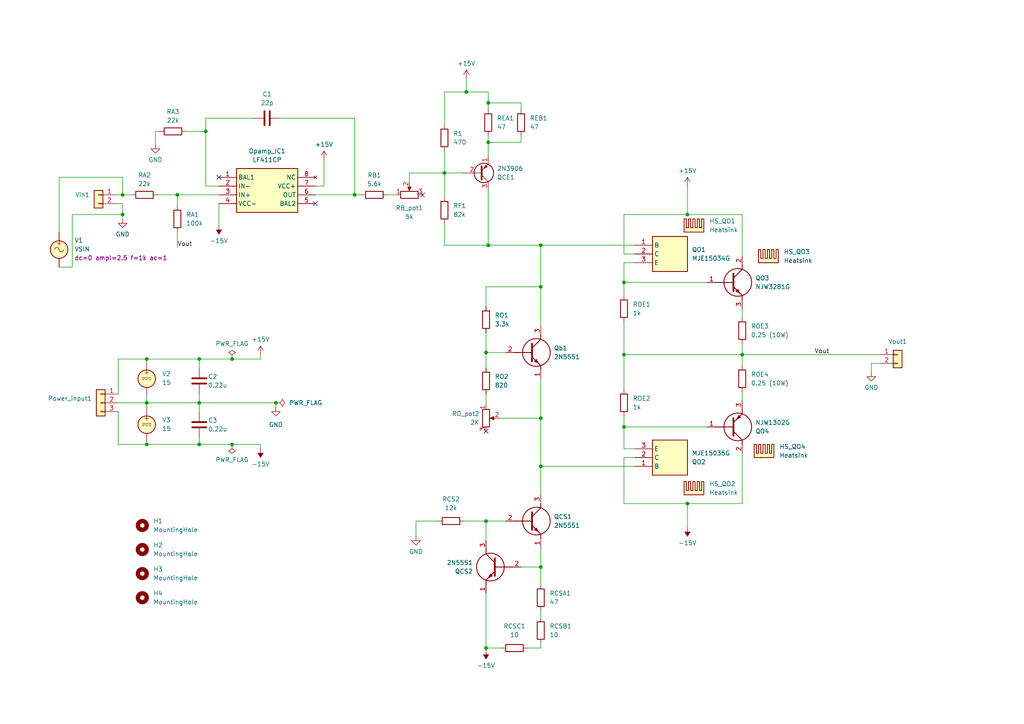
<source format=kicad_sch>
(kicad_sch (version 20230121) (generator eeschema)
  (paper "A4")
  (lib_symbols
    (symbol "Connector_Generic:Conn_01x02" (pin_names (offset 1.016) hide)
      (property "Reference" "J" (at 0 2.54 0))
      (property "Value" "Conn_01x02" (at 0 -5.08 0))
      (symbol "Conn_01x02_1_1"
        (rectangle (start -1.27 -2.413) (end 0 -2.667) (stroke (width 0.1524)))
        (rectangle (start -1.27 0.127) (end 0 -0.127) (stroke (width 0.1524)))
        (rectangle (start -1.27 1.27) (end 1.27 -3.81) (stroke (width 0.254)) (fill (type background)))
        (pin passive line (at -5.08 0 0) (length 3.81) (name "Pin_1") (number "1"))
        (pin passive line (at -5.08 -2.54 0) (length 3.81) (name "Pin_2") (number "2"))
      )
    )
    (symbol "Connector_Generic:Conn_01x03" (pin_names (offset 1.016) hide)
      (property "Reference" "J" (at 0 5.08 0))
      (property "Value" "Conn_01x03" (at 0 -5.08 0))
      (symbol "Conn_01x03_1_1"
        (rectangle (start -1.27 -2.413) (end 0 -2.667) (stroke (width 0.1524)))
        (rectangle (start -1.27 0.127) (end 0 -0.127) (stroke (width 0.1524)))
        (rectangle (start -1.27 2.667) (end 0 2.413) (stroke (width 0.1524)))
        (rectangle (start -1.27 3.81) (end 1.27 -3.81) (stroke (width 0.254)) (fill (type background)))
        (pin passive line (at -5.08 2.54 0) (length 3.81) (name "Pin_1") (number "1"))
        (pin passive line (at -5.08 0 0) (length 3.81) (name "Pin_2") (number "2"))
        (pin passive line (at -5.08 -2.54 0) (length 3.81) (name "Pin_3") (number "3"))
      )
    )
    (symbol "Device:C" (pin_numbers hide) (pin_names (offset 0.254))
      (property "Reference" "C" (at 0.635 2.54 0))
      (property "Value" "C" (at 0.635 -2.54 0))
      (symbol "C_0_1"
        (polyline (pts (xy -2.032 -0.762) (xy 2.032 -0.762)) (stroke (width 0.508)))
        (polyline (pts (xy -2.032 0.762) (xy 2.032 0.762)) (stroke (width 0.508)))
      )
      (symbol "C_1_1"
        (pin passive line (at 0 3.81 270) (length 2.794) (name "~") (number "1"))
        (pin passive line (at 0 -3.81 90) (length 2.794) (name "~") (number "2"))
      )
    )
    (symbol "Device:R" (pin_numbers hide) (pin_names (offset 0))
      (property "Reference" "R" (at 2.032 0 90))
      (property "Value" "R" (at 0 0 90))
      (symbol "R_0_1"
        (rectangle (start -1.016 -2.54) (end 1.016 2.54) (stroke (width 0.254)))
      )
      (symbol "R_1_1"
        (pin passive line (at 0 3.81 270) (length 1.27) (name "~") (number "1"))
        (pin passive line (at 0 -3.81 90) (length 1.27) (name "~") (number "2"))
      )
    )
    (symbol "Device:R_Potentiometer" (pin_names (offset 1.016) hide)
      (property "Reference" "RV" (at -4.445 0 90))
      (property "Value" "R_Potentiometer" (at -2.54 0 90))
      (symbol "R_Potentiometer_0_1"
        (polyline (pts (xy 2.54 0) (xy 1.524 0)))
        (polyline (pts (xy 1.143 0) (xy 2.286 0.508) (xy 2.286 -0.508) (xy 1.143 0)) (fill (type outline)))
        (rectangle (start 1.016 2.54) (end -1.016 -2.54) (stroke (width 0.254)))
      )
      (symbol "R_Potentiometer_1_1"
        (pin passive line (at 0 3.81 270) (length 1.27) (name "1") (number "1"))
        (pin passive line (at 3.81 0 180) (length 1.27) (name "2") (number "2"))
        (pin passive line (at 0 -3.81 90) (length 1.27) (name "3") (number "3"))
      )
    )
    (symbol "Mechanical:Heatsink" (pin_names (offset 1.016))
      (property "Reference" "HS" (at 0 5.08 0))
      (property "Value" "Heatsink" (at 0 -1.27 0))
      (symbol "Heatsink_0_1"
        (polyline (pts (xy -0.3302 1.27) (xy -0.9652 1.27) (xy -0.9652 3.81) (xy -1.6002 3.81) (xy -1.6002 1.27) (xy -2.2352 1.27) (xy -2.2352 3.81) (xy -2.8702 3.81) (xy -2.8702 0) (xy -0.9652 0)) (stroke (width 0.254)) (fill (type background)))
        (polyline (pts (xy -0.3302 1.27) (xy -0.3302 3.81) (xy 0.3048 3.81) (xy 0.3048 1.27) (xy 0.9398 1.27) (xy 0.9398 3.81) (xy 1.5748 3.81) (xy 1.5748 1.27) (xy 2.2098 1.27) (xy 2.2098 3.81) (xy 2.8448 3.81) (xy 2.8448 0) (xy -0.9652 0)) (stroke (width 0.254)) (fill (type background)))
      )
    )
    (symbol "Mechanical:MountingHole" (pin_names (offset 1.016))
      (property "Reference" "H" (at 0 5.08 0))
      (property "Value" "MountingHole" (at 0 3.175 0))
      (symbol "MountingHole_0_1"
        (circle (center 0 0) (radius 1.27) (stroke (width 1.27)))
      )
    )
    (symbol "SamacSys_Parts:2N5551" (pin_names hide)
      (property "Reference" "Q" (at 13.97 1.27 0))
      (property "Value" "2N5551" (at 13.97 -1.27 0))
      (symbol "2N5551_1_1"
        (polyline (pts (xy 2.54 0) (xy 7.62 0)) (stroke (width 0.254)))
        (polyline (pts (xy 7.62 -1.27) (xy 10.16 -3.81)) (stroke (width 0.254)))
        (polyline (pts (xy 7.62 1.27) (xy 10.16 3.81)) (stroke (width 0.254)))
        (polyline (pts (xy 7.62 2.54) (xy 7.62 -2.54)) (stroke (width 0.508)))
        (polyline (pts (xy 10.16 -3.81) (xy 10.16 -5.08)) (stroke (width 0.254)))
        (polyline (pts (xy 10.16 3.81) (xy 10.16 5.08)) (stroke (width 0.254)))
        (polyline (pts (xy 8.382 -2.54) (xy 8.89 -2.032) (xy 9.398 -3.048) (xy 8.382 -2.54)) (stroke (width 0.254)) (fill (type outline)))
        (circle (center 8.89 0) (radius 4.016) (stroke (width 0.254)))
        (pin passive line (at 10.16 -7.62 90) (length 2.54) (name "E") (number "1"))
        (pin passive line (at 0 0 0) (length 2.54) (name "B") (number "2"))
        (pin passive line (at 10.16 7.62 270) (length 2.54) (name "C") (number "3"))
      )
    )
    (symbol "SamacSys_Parts:LF411CP"
      (property "Reference" "IC" (at 24.13 7.62 0))
      (property "Value" "LF411CP" (at 24.13 5.08 0))
      (symbol "LF411CP_1_1"
        (rectangle (start 5.08 2.54) (end 22.86 -10.16) (stroke (width 0.254)) (fill (type background)))
        (pin passive line (at 0 0 0) (length 5.08) (name "BAL1") (number "1"))
        (pin passive line (at 0 -2.54 0) (length 5.08) (name "IN-") (number "2"))
        (pin passive line (at 0 -5.08 0) (length 5.08) (name "IN+") (number "3"))
        (pin passive line (at 0 -7.62 0) (length 5.08) (name "VCC-") (number "4"))
        (pin passive line (at 27.94 -7.62 180) (length 5.08) (name "BAL2") (number "5"))
        (pin passive line (at 27.94 -5.08 180) (length 5.08) (name "OUT") (number "6"))
        (pin passive line (at 27.94 -2.54 180) (length 5.08) (name "VCC+") (number "7"))
        (pin no_connect line (at 27.94 0 180) (length 5.08) (name "NC") (number "8"))
      )
    )
    (symbol "SamacSys_Parts:MJE15034G"
      (property "Reference" "Q" (at 16.51 7.62 0))
      (property "Value" "MJE15034G" (at 16.51 5.08 0))
      (symbol "MJE15034G_1_1"
        (rectangle (start 5.08 2.54) (end 15.24 -7.62) (stroke (width 0.254)) (fill (type background)))
        (pin passive line (at 0 0 0) (length 5.08) (name "B") (number "1"))
        (pin passive line (at 0 -2.54 0) (length 5.08) (name "C") (number "2"))
        (pin passive line (at 0 -5.08 0) (length 5.08) (name "E") (number "3"))
      )
    )
    (symbol "SamacSys_Parts:MJE15035G"
      (property "Reference" "Q" (at 16.51 7.62 0))
      (property "Value" "MJE15035G" (at 16.51 5.08 0))
      (symbol "MJE15035G_1_1"
        (rectangle (start 5.08 2.54) (end 15.24 -7.62) (stroke (width 0.254)) (fill (type background)))
        (pin passive line (at 0 0 0) (length 5.08) (name "B") (number "1"))
        (pin passive line (at 0 -2.54 0) (length 5.08) (name "C") (number "2"))
        (pin passive line (at 0 -5.08 0) (length 5.08) (name "E") (number "3"))
      )
    )
    (symbol "SamacSys_Parts:NJW1302G" (pin_names hide)
      (property "Reference" "Q" (at 13.97 1.27 0))
      (property "Value" "NJW1302G" (at 13.97 -1.27 0))
      (symbol "NJW1302G_1_1"
        (polyline (pts (xy 2.54 0) (xy 7.62 0)) (stroke (width 0.254)))
        (polyline (pts (xy 7.62 -1.27) (xy 10.16 -3.81)) (stroke (width 0.254)))
        (polyline (pts (xy 7.62 1.27) (xy 10.16 3.81)) (stroke (width 0.254)))
        (polyline (pts (xy 7.62 2.54) (xy 7.62 -2.54)) (stroke (width 0.508)))
        (polyline (pts (xy 10.16 -3.81) (xy 10.16 -5.08)) (stroke (width 0.254)))
        (polyline (pts (xy 10.16 3.81) (xy 10.16 5.08)) (stroke (width 0.254)))
        (polyline (pts (xy 9.652 -2.794) (xy 9.144 -3.302) (xy 8.636 -2.286) (xy 9.652 -2.794)) (stroke (width 0.254)) (fill (type outline)))
        (circle (center 8.89 0) (radius 4.016) (stroke (width 0.254)))
        (pin passive line (at 0 0 0) (length 2.54) (name "B") (number "1"))
        (pin passive line (at 10.16 7.62 270) (length 2.54) (name "C") (number "2"))
        (pin passive line (at 10.16 -7.62 90) (length 2.54) (name "E") (number "3"))
      )
    )
    (symbol "SamacSys_Parts:NJW3281G" (pin_names hide)
      (property "Reference" "Q" (at 13.97 1.27 0))
      (property "Value" "NJW3281G" (at 13.97 -1.27 0))
      (symbol "NJW3281G_1_1"
        (polyline (pts (xy 2.54 0) (xy 7.62 0)) (stroke (width 0.254)))
        (polyline (pts (xy 7.62 -1.27) (xy 10.16 -3.81)) (stroke (width 0.254)))
        (polyline (pts (xy 7.62 1.27) (xy 10.16 3.81)) (stroke (width 0.254)))
        (polyline (pts (xy 7.62 2.54) (xy 7.62 -2.54)) (stroke (width 0.508)))
        (polyline (pts (xy 10.16 -3.81) (xy 10.16 -5.08)) (stroke (width 0.254)))
        (polyline (pts (xy 10.16 3.81) (xy 10.16 5.08)) (stroke (width 0.254)))
        (polyline (pts (xy 8.382 -2.54) (xy 8.89 -2.032) (xy 9.398 -3.048) (xy 8.382 -2.54)) (stroke (width 0.254)) (fill (type outline)))
        (circle (center 8.89 0) (radius 4.016) (stroke (width 0.254)))
        (pin passive line (at 0 0 0) (length 2.54) (name "B") (number "1"))
        (pin passive line (at 10.16 7.62 270) (length 2.54) (name "C") (number "2"))
        (pin passive line (at 10.16 -7.62 90) (length 2.54) (name "E") (number "3"))
      )
    )
    (symbol "Simulation_SPICE:VDC" (pin_numbers hide) (pin_names (offset 0.0254))
      (property "Reference" "V" (at 2.54 2.54 0))
      (property "Value" "1" (at 2.54 0 0))
      (symbol "VDC_0_0"
        (polyline (pts (xy -1.27 0.254) (xy 1.27 0.254)))
        (polyline (pts (xy -0.762 -0.254) (xy -1.27 -0.254)))
        (polyline (pts (xy 0.254 -0.254) (xy -0.254 -0.254)))
        (polyline (pts (xy 1.27 -0.254) (xy 0.762 -0.254)))
        (text "+" (at 0 1.905 0) (effects (font (size 1.27 1.27))))
      )
      (symbol "VDC_0_1"
        (circle (center 0 0) (radius 2.54) (stroke (width 0.254)) (fill (type background)))
      )
      (symbol "VDC_1_1"
        (pin passive line (at 0 5.08 270) (length 2.54) (name "~") (number "1"))
        (pin passive line (at 0 -5.08 90) (length 2.54) (name "~") (number "2"))
      )
    )
    (symbol "Simulation_SPICE:VSIN" (pin_numbers hide) (pin_names (offset 0.0254))
      (property "Reference" "V" (at 2.54 2.54 0))
      (property "Value" "VSIN" (at 2.54 0 0))
      (property "Sim.Params" "dc=0 ampl=1 f=1k ac=1" (at 2.54 -2.54 0))
      (symbol "VSIN_0_0"
        (arc (start 0 0) (mid -0.635 0.6323) (end -1.27 0))
        (arc (start 0 0) (mid 0.635 -0.6323) (end 1.27 0))
        (text "+" (at 0 1.905 0) (effects (font (size 1.27 1.27))))
      )
      (symbol "VSIN_0_1"
        (circle (center 0 0) (radius 2.54) (stroke (width 0.254)) (fill (type background)))
      )
      (symbol "VSIN_1_1"
        (pin passive line (at 0 5.08 270) (length 2.54) (name "~") (number "1"))
        (pin passive line (at 0 -5.08 90) (length 2.54) (name "~") (number "2"))
      )
    )
    (symbol "Transistor_BJT:2N3906" (pin_names (offset 0) hide)
      (property "Reference" "Q" (at 5.08 1.905 0))
      (property "Value" "2N3906" (at 5.08 0 0))
      (symbol "2N3906_0_1"
        (polyline (pts (xy 0.635 0.635) (xy 2.54 2.54)))
        (polyline (pts (xy 0.635 -0.635) (xy 2.54 -2.54) (xy 2.54 -2.54)))
        (polyline (pts (xy 0.635 1.905) (xy 0.635 -1.905) (xy 0.635 -1.905)) (stroke (width 0.508)))
        (polyline (pts (xy 2.286 -1.778) (xy 1.778 -2.286) (xy 1.27 -1.27) (xy 2.286 -1.778) (xy 2.286 -1.778)) (fill (type outline)))
        (circle (center 1.27 0) (radius 2.8194) (stroke (width 0.254)))
      )
      (symbol "2N3906_1_1"
        (pin passive line (at 2.54 -5.08 90) (length 2.54) (name "E") (number "1"))
        (pin input line (at -5.08 0 0) (length 5.715) (name "B") (number "2"))
        (pin passive line (at 2.54 5.08 270) (length 2.54) (name "C") (number "3"))
      )
    )
    (symbol "power:+15V" (power) (pin_names (offset 0))
      (property "Value" "+15V" (at 0 3.556 0))
      (symbol "+15V_0_1"
        (polyline (pts (xy -0.762 1.27) (xy 0 2.54)))
        (polyline (pts (xy 0 0) (xy 0 2.54)))
        (polyline (pts (xy 0 2.54) (xy 0.762 1.27)))
      )
      (symbol "+15V_1_1"
        (pin power_in line (at 0 0 90) (length 0) hide (name "+15V") (number "1"))
      )
    )
    (symbol "power:-15V" (power) (pin_names (offset 0))
      (property "Value" "-15V" (at 0 3.81 0))
      (symbol "-15V_0_0"
        (pin power_in line (at 0 0 90) (length 0) hide (name "-15V") (number "1"))
      )
      (symbol "-15V_0_1"
        (polyline (pts (xy 0 0) (xy 0 1.27) (xy 0.762 1.27) (xy 0 2.54) (xy -0.762 1.27) (xy 0 1.27)) (fill (type outline)))
      )
    )
    (symbol "power:GND" (power) (pin_names (offset 0))
      (property "Value" "GND" (at 0 -3.81 0))
      (symbol "GND_0_1"
        (polyline (pts (xy 0 0) (xy 0 -1.27) (xy 1.27 -1.27) (xy 0 -2.54) (xy -1.27 -1.27) (xy 0 -1.27)))
      )
      (symbol "GND_1_1"
        (pin power_in line (at 0 0 270) (length 0) hide (name "GND") (number "1"))
      )
    )
    (symbol "power:PWR_FLAG" (power) (pin_numbers hide) (pin_names (offset 0) hide)
      (property "Value" "PWR_FLAG" (at 0 3.81 0))
      (symbol "PWR_FLAG_0_0"
        (pin power_out line (at 0 0 90) (length 0) (name "pwr") (number "1"))
      )
      (symbol "PWR_FLAG_0_1"
        (polyline (pts (xy 0 0) (xy 0 1.27) (xy -1.016 1.905) (xy 0 2.54) (xy 1.016 1.905) (xy 0 1.27)))
      )
    )
  )
  (junction (at 156.845 121.285))
  (junction (at 135.255 26.67))
  (junction (at 141.605 41.275))
  (junction (at 128.905 50.165))
  (junction (at 156.845 135.255))
  (junction (at 156.845 83.185))
  (junction (at 80.01 116.84))
  (junction (at 67.31 128.905))
  (junction (at 57.785 104.14))
  (junction (at 51.435 56.515))
  (junction (at 156.845 164.465))
  (junction (at 67.31 104.14))
  (junction (at 156.845 71.12))
  (junction (at 59.69 38.1))
  (junction (at 42.545 116.84))
  (junction (at 102.87 56.515))
  (junction (at 141.605 29.845))
  (junction (at 180.975 123.825))
  (junction (at 42.545 128.905))
  (junction (at 199.39 146.05))
  (junction (at 199.39 62.23))
  (junction (at 140.97 187.96))
  (junction (at 215.265 102.87))
  (junction (at 35.56 56.515))
  (junction (at 42.545 104.14))
  (junction (at 57.785 116.84))
  (junction (at 141.605 71.12))
  (junction (at 57.785 128.905))
  (junction (at 180.975 102.87))
  (junction (at 140.97 102.235))
  (junction (at 180.975 81.915))
  (junction (at 140.97 151.13))
  (junction (at 35.56 62.23))
  (no_connect (at 91.44 59.055))
  (no_connect (at 122.555 56.515))
  (no_connect (at 63.5 51.435))
  (no_connect (at 140.97 125.095))
  (wire (pts (xy 215.265 102.87) (xy 215.265 106.045)))
  (wire (pts (xy 140.97 156.845) (xy 140.97 151.13)))
  (wire (pts (xy 215.265 62.23) (xy 199.39 62.23)))
  (wire (pts (xy 42.545 128.905) (xy 57.785 128.905)))
  (wire (pts (xy 140.97 102.235) (xy 146.685 102.235)))
  (wire (pts (xy 75.565 102.87) (xy 75.565 104.14)))
  (wire (pts (xy 156.845 158.75) (xy 156.845 164.465)))
  (wire (pts (xy 91.44 56.515) (xy 102.87 56.515)))
  (wire (pts (xy 180.975 93.345) (xy 180.975 102.87)))
  (wire (pts (xy 128.905 71.12) (xy 141.605 71.12)))
  (wire (pts (xy 215.265 89.535) (xy 215.265 92.075)))
  (wire (pts (xy 215.265 113.665) (xy 215.265 116.205)))
  (wire (pts (xy 35.56 59.055) (xy 35.56 62.23)))
  (wire (pts (xy 75.565 128.905) (xy 75.565 130.175)))
  (wire (pts (xy 34.29 128.905) (xy 42.545 128.905)))
  (wire (pts (xy 63.5 59.055) (xy 63.5 65.405)))
  (wire (pts (xy 118.745 50.165) (xy 128.905 50.165)))
  (wire (pts (xy 141.605 41.275) (xy 141.605 45.085)))
  (wire (pts (xy 140.97 102.235) (xy 140.97 106.68)))
  (wire (pts (xy 45.085 38.1) (xy 46.355 38.1)))
  (wire (pts (xy 140.97 187.96) (xy 145.415 187.96)))
  (wire (pts (xy 128.905 50.165) (xy 133.985 50.165)))
  (wire (pts (xy 63.5 53.975) (xy 59.69 53.975)))
  (wire (pts (xy 156.845 83.185) (xy 156.845 94.615)))
  (wire (pts (xy 156.845 121.285) (xy 156.845 135.255)))
  (wire (pts (xy 42.545 118.11) (xy 42.545 116.84)))
  (wire (pts (xy 156.845 71.12) (xy 184.15 71.12)))
  (wire (pts (xy 93.98 46.355) (xy 93.98 53.975)))
  (wire (pts (xy 17.145 51.435) (xy 35.56 51.435)))
  (wire (pts (xy 59.69 34.29) (xy 73.66 34.29)))
  (wire (pts (xy 180.975 81.915) (xy 205.105 81.915)))
  (wire (pts (xy 199.39 62.23) (xy 180.975 62.23)))
  (wire (pts (xy 33.655 56.515) (xy 35.56 56.515)))
  (wire (pts (xy 34.29 104.14) (xy 42.545 104.14)))
  (wire (pts (xy 128.905 50.165) (xy 128.905 57.15)))
  (wire (pts (xy 151.13 39.37) (xy 151.13 41.275)))
  (wire (pts (xy 153.035 187.96) (xy 156.845 187.96)))
  (wire (pts (xy 180.975 102.87) (xy 180.975 113.03)))
  (wire (pts (xy 141.605 71.12) (xy 156.845 71.12)))
  (wire (pts (xy 180.975 120.65) (xy 180.975 123.825)))
  (wire (pts (xy 42.545 104.14) (xy 57.785 104.14)))
  (wire (pts (xy 180.975 123.825) (xy 180.975 130.175)))
  (wire (pts (xy 151.13 31.75) (xy 151.13 29.845)))
  (wire (pts (xy 33.655 59.055) (xy 35.56 59.055)))
  (wire (pts (xy 102.87 34.29) (xy 102.87 56.515)))
  (wire (pts (xy 141.605 29.845) (xy 141.605 31.75)))
  (wire (pts (xy 80.01 116.84) (xy 80.01 118.11)))
  (wire (pts (xy 215.265 102.87) (xy 215.265 99.695)))
  (wire (pts (xy 57.785 128.905) (xy 67.31 128.905)))
  (wire (pts (xy 180.975 81.915) (xy 180.975 85.725)))
  (wire (pts (xy 135.255 26.67) (xy 141.605 26.67)))
  (wire (pts (xy 35.56 51.435) (xy 35.56 56.515)))
  (wire (pts (xy 156.845 135.255) (xy 156.845 143.51)))
  (wire (pts (xy 128.905 36.195) (xy 128.905 26.67)))
  (wire (pts (xy 135.255 22.86) (xy 135.255 26.67)))
  (wire (pts (xy 51.435 67.31) (xy 51.435 71.755)))
  (wire (pts (xy 199.39 53.975) (xy 199.39 62.23)))
  (wire (pts (xy 215.265 74.295) (xy 215.265 62.23)))
  (wire (pts (xy 120.65 151.13) (xy 120.65 155.575)))
  (wire (pts (xy 180.975 102.87) (xy 215.265 102.87)))
  (wire (pts (xy 67.31 128.905) (xy 75.565 128.905)))
  (wire (pts (xy 34.29 128.905) (xy 34.29 119.38)))
  (wire (pts (xy 118.745 52.705) (xy 118.745 50.165)))
  (wire (pts (xy 180.975 146.05) (xy 180.975 132.715)))
  (wire (pts (xy 45.72 56.515) (xy 51.435 56.515)))
  (wire (pts (xy 215.265 146.05) (xy 199.39 146.05)))
  (wire (pts (xy 180.975 62.23) (xy 180.975 73.66)))
  (wire (pts (xy 141.605 26.67) (xy 141.605 29.845)))
  (wire (pts (xy 128.905 64.77) (xy 128.905 71.12)))
  (wire (pts (xy 35.56 56.515) (xy 38.1 56.515)))
  (wire (pts (xy 57.785 104.14) (xy 67.31 104.14)))
  (wire (pts (xy 151.13 29.845) (xy 141.605 29.845)))
  (wire (pts (xy 20.955 77.47) (xy 20.955 62.23)))
  (wire (pts (xy 57.785 104.14) (xy 57.785 106.68)))
  (wire (pts (xy 134.62 151.13) (xy 140.97 151.13)))
  (wire (pts (xy 180.975 76.2) (xy 180.975 81.915)))
  (wire (pts (xy 45.085 41.91) (xy 45.085 38.1)))
  (wire (pts (xy 140.97 151.13) (xy 146.685 151.13)))
  (wire (pts (xy 151.13 41.275) (xy 141.605 41.275)))
  (wire (pts (xy 156.845 121.285) (xy 156.845 109.855)))
  (wire (pts (xy 141.605 55.245) (xy 141.605 71.12)))
  (wire (pts (xy 20.955 62.23) (xy 35.56 62.23)))
  (wire (pts (xy 141.605 39.37) (xy 141.605 41.275)))
  (wire (pts (xy 156.845 177.165) (xy 156.845 179.07)))
  (wire (pts (xy 199.39 146.05) (xy 199.39 153.035)))
  (wire (pts (xy 252.73 105.41) (xy 252.73 107.95)))
  (wire (pts (xy 128.905 26.67) (xy 135.255 26.67)))
  (wire (pts (xy 180.975 73.66) (xy 184.15 73.66)))
  (wire (pts (xy 42.545 104.14) (xy 42.545 104.775)))
  (wire (pts (xy 255.27 105.41) (xy 252.73 105.41)))
  (wire (pts (xy 128.905 43.815) (xy 128.905 50.165)))
  (wire (pts (xy 51.435 56.515) (xy 51.435 59.69)))
  (wire (pts (xy 57.785 116.84) (xy 80.01 116.84)))
  (wire (pts (xy 57.785 127) (xy 57.785 128.905)))
  (wire (pts (xy 156.845 164.465) (xy 156.845 169.545)))
  (wire (pts (xy 140.97 88.9) (xy 140.97 83.185)))
  (wire (pts (xy 144.78 121.285) (xy 156.845 121.285)))
  (wire (pts (xy 180.975 123.825) (xy 205.105 123.825)))
  (wire (pts (xy 140.97 114.3) (xy 140.97 117.475)))
  (wire (pts (xy 180.975 130.175) (xy 184.15 130.175)))
  (wire (pts (xy 67.31 104.14) (xy 75.565 104.14)))
  (wire (pts (xy 17.145 77.47) (xy 20.955 77.47)))
  (wire (pts (xy 156.845 135.255) (xy 184.15 135.255)))
  (wire (pts (xy 140.97 172.085) (xy 140.97 187.96)))
  (wire (pts (xy 42.545 114.935) (xy 42.545 116.84)))
  (wire (pts (xy 59.69 38.1) (xy 59.69 53.975)))
  (wire (pts (xy 180.975 132.715) (xy 184.15 132.715)))
  (wire (pts (xy 59.69 34.29) (xy 59.69 38.1)))
  (wire (pts (xy 156.845 186.69) (xy 156.845 187.96)))
  (wire (pts (xy 127 151.13) (xy 120.65 151.13)))
  (wire (pts (xy 42.545 128.27) (xy 42.545 128.905)))
  (wire (pts (xy 57.785 116.84) (xy 57.785 119.38)))
  (wire (pts (xy 35.56 62.23) (xy 35.56 63.5)))
  (wire (pts (xy 199.39 146.05) (xy 180.975 146.05)))
  (wire (pts (xy 102.87 56.515) (xy 104.775 56.515)))
  (wire (pts (xy 140.97 96.52) (xy 140.97 102.235)))
  (wire (pts (xy 42.545 116.84) (xy 57.785 116.84)))
  (wire (pts (xy 215.265 131.445) (xy 215.265 146.05)))
  (wire (pts (xy 17.145 67.31) (xy 17.145 51.435)))
  (wire (pts (xy 63.5 56.515) (xy 51.435 56.515)))
  (wire (pts (xy 34.29 116.84) (xy 42.545 116.84)))
  (wire (pts (xy 184.15 76.2) (xy 180.975 76.2)))
  (wire (pts (xy 53.975 38.1) (xy 59.69 38.1)))
  (wire (pts (xy 151.13 164.465) (xy 156.845 164.465)))
  (wire (pts (xy 215.265 102.87) (xy 255.27 102.87)))
  (wire (pts (xy 112.395 56.515) (xy 114.935 56.515)))
  (wire (pts (xy 140.97 187.96) (xy 140.97 188.595)))
  (wire (pts (xy 91.44 53.975) (xy 93.98 53.975)))
  (wire (pts (xy 140.97 83.185) (xy 156.845 83.185)))
  (wire (pts (xy 156.845 71.12) (xy 156.845 83.185)))
  (wire (pts (xy 81.28 34.29) (xy 102.87 34.29)))
  (wire (pts (xy 34.29 104.14) (xy 34.29 114.3)))
  (wire (pts (xy 57.785 114.3) (xy 57.785 116.84)))
  (label "Vout" (at 236.22 102.87 0))
  (label "Vout" (at 51.435 71.755 0))
  (symbol (lib_id "Connector_Generic:Conn_01x03") (at 29.21 116.84 0) (mirror y) (unit 1)
    (property "Reference" "Power_input1" (at 26.67 115.57 0) (effects (justify left)))
    (property "Value" "Conn_01x03" (effects hide))
    (property "Footprint" "Connector_PinHeader_2.54mm:PinHeader_1x03_P2.54mm_Vertical" (effects hide))
    (property "Sim.Enable" "0" (effects hide))
  )
  (symbol (lib_id "SamacSys_Parts:2N5551") (at 146.685 151.13 0) (unit 1)
    (property "Reference" "QCS1" (at 160.655 149.86 0) (effects (justify left)))
    (property "Value" "2N5551" (at 160.655 152.4 0) (effects (justify left)))
    (property "Footprint" "Package_TO_SOT_THT:TO-92L_Inline_Wide" (effects hide))
    (property "Datasheet" "http://www.onsemi.com/pub/Collateral/2N5550-D.PDF" (effects hide))
    (property "Height" "5.33" (effects hide))
    (property "Mouser Part Number" "863-2N5551" (effects hide))
    (property "Mouser Price/Stock" "https://www.mouser.co.uk/ProductDetail/onsemi/2N5551?qs=vLkC5FC1VN9fmjXMZdtXVg%3D%3D" (effects hide))
    (property "Manufacturer_Name" "onsemi" (effects hide))
    (property "Manufacturer_Part_Number" "2N5551" (effects hide))
    (property "Sim.Library" "Simulation Models\\2N5551.lib" (effects hide))
    (property "Sim.Name" "2N5551" (effects hide))
    (property "Sim.Device" "NPN" (effects hide))
    (property "Sim.Type" "GUMMELPOON" (effects hide))
    (property "Sim.Pins" "1=E 2=B 3=C" (effects hide))
    (property "Sim.Params" "temp=24" (effects hide))
  )
  (symbol (lib_id "Mechanical:Heatsink") (at 222.885 76.2 0) (unit 1)
    (property "Reference" "HS_QO3" (at 227.33 73.025 0) (effects (justify left)))
    (property "Value" "Heatsink" (at 227.33 75.565 0) (effects (justify left)))
    (property "Footprint" "Heatsink:Heatsink_Fischer_SK129-STS_42x25mm_2xDrill2.5mm" (effects hide))
    (property "Sim.Enable" "0" (effects hide))
  )
  (symbol (lib_id "Device:R") (at 215.265 95.885 180) (unit 1)
    (property "Reference" "ROE3" (at 217.805 94.615 0) (effects (justify right)))
    (property "Value" "0.25 (10W)" (at 217.805 97.155 0) (effects (justify right)))
    (property "Footprint" "Resistor_THT:R_Axial_Power_L38.0mm_W9.0mm_P40.64mm" (effects hide))
  )
  (symbol (lib_id "SamacSys_Parts:NJW3281G") (at 205.105 81.915 0) (unit 1)
    (property "Reference" "QO3" (at 219.075 80.645 0) (effects (justify left)))
    (property "Value" "NJW3281G" (at 219.075 83.185 0) (effects (justify left)))
    (property "Footprint" "SamacSys_Parts:TO545P500X1560X2380-3P" (effects hide))
    (property "Datasheet" "https://www.onsemi.com/pub/Collateral/NJW3281-D.PDF" (effects hide))
    (property "Height" "5" (effects hide))
    (property "Mouser Part Number" "863-NJW3281G" (effects hide))
    (property "Mouser Price/Stock" "https://www.mouser.co.uk/ProductDetail/onsemi/NJW3281G?qs=WOJDpfhxrCaDJlemeW6i8g%3D%3D" (effects hide))
    (property "Manufacturer_Name" "onsemi" (effects hide))
    (property "Manufacturer_Part_Number" "NJW3281G" (effects hide))
    (property "Sim.Library" "Simulation Models\\NJW3281G.LIB" (effects hide))
    (property "Sim.Name" "Qnjw3281g" (effects hide))
    (property "Sim.Device" "NPN" (effects hide))
    (property "Sim.Type" "GUMMELPOON" (effects hide))
    (property "Sim.Pins" "1=B 2=C 3=E" (effects hide))
  )
  (symbol (lib_id "power:-15V") (at 75.565 130.175 180) (unit 1)
    (property "Reference" "#PWR07" (effects hide))
    (property "Value" "-15V" (at 75.565 134.62 0))
  )
  (symbol (lib_id "Mechanical:Heatsink") (at 201.295 67.31 0) (unit 1)
    (property "Reference" "HS_QO1" (at 205.74 64.135 0) (effects (justify left)))
    (property "Value" "Heatsink" (at 205.74 66.675 0) (effects (justify left)))
    (property "Footprint" "Heatsink:Heatsink_Stonecold_HS-S03_13.21x12.7mm" (effects hide))
    (property "Sim.Enable" "0" (effects hide))
  )
  (symbol (lib_id "power:PWR_FLAG") (at 67.31 128.905 180) (unit 1)
    (property "Reference" "#FLG02" (effects hide))
    (property "Value" "PWR_FLAG" (at 67.31 133.35 0))
  )
  (symbol (lib_id "power:GND") (at 80.01 118.11 0) (unit 1)
    (property "Reference" "#PWR02" (effects hide))
    (property "Value" "GND" (at 80.01 123.19 0))
  )
  (symbol (lib_id "power:-15V") (at 140.97 188.595 180) (unit 1)
    (property "Reference" "#PWR013" (effects hide))
    (property "Value" "-15V" (at 140.97 193.04 0))
  )
  (symbol (lib_id "Device:R") (at 51.435 63.5 180) (unit 1)
    (property "Reference" "RA1" (at 53.975 62.23 0) (effects (justify right)))
    (property "Value" "100k" (at 53.975 64.77 0) (effects (justify right)))
    (property "Footprint" "Resistor_THT:R_Axial_DIN0309_L9.0mm_D3.2mm_P12.70mm_Horizontal" (effects hide))
  )
  (symbol (lib_id "Simulation_SPICE:VDC") (at 42.545 123.19 0) (unit 1) (on_board no)
    (property "Reference" "V3" (at 46.99 121.7902 0) (effects (justify left)))
    (property "Value" "15" (at 46.99 124.3302 0) (effects (justify left)))
    (property "Sim.Pins" "1=+ 2=-" (effects hide))
    (property "Sim.Type" "DC" (effects hide))
    (property "Sim.Device" "V" (effects hide))
  )
  (symbol (lib_id "power:+15V") (at 199.39 53.975 0) (unit 1)
    (property "Reference" "#PWR010" (effects hide))
    (property "Value" "+15V" (at 199.39 49.53 0))
  )
  (symbol (lib_id "Device:R") (at 149.225 187.96 270) (unit 1)
    (property "Reference" "RCSC1" (at 149.225 181.61 90))
    (property "Value" "10" (at 149.225 184.15 90))
    (property "Footprint" "Resistor_THT:R_Axial_DIN0309_L9.0mm_D3.2mm_P12.70mm_Horizontal" (effects hide))
  )
  (symbol (lib_id "Mechanical:MountingHole") (at 41.275 173.355 0) (unit 1)
    (property "Reference" "H4" (at 44.45 172.085 0) (effects (justify left)))
    (property "Value" "MountingHole" (at 44.45 174.625 0) (effects (justify left)))
    (property "Footprint" "MountingHole:MountingHole_3mm" (effects hide))
    (property "Sim.Enable" "0" (effects hide))
  )
  (symbol (lib_id "SamacSys_Parts:NJW1302G") (at 205.105 123.825 0) (mirror x) (unit 1)
    (property "Reference" "QO4" (at 219.075 125.095 0) (effects (justify left)))
    (property "Value" "NJW1302G" (at 219.075 122.555 0) (effects (justify left)))
    (property "Footprint" "SamacSys_Parts:TO545P500X1560X2380-3P" (effects hide))
    (property "Datasheet" "http://www.onsemi.com/pub/Collateral/NJW3281-D.PDF" (effects hide))
    (property "Height" "5" (effects hide))
    (property "Mouser Part Number" "863-NJW1302G" (effects hide))
    (property "Mouser Price/Stock" "https://www.mouser.co.uk/ProductDetail/onsemi/NJW1302G?qs=WOJDpfhxrCZWcBqHAA%2FzUg%3D%3D" (effects hide))
    (property "Manufacturer_Name" "onsemi" (effects hide))
    (property "Manufacturer_Part_Number" "NJW1302G" (effects hide))
    (property "Sim.Library" "Simulation Models\\NJW1302G.LIB" (effects hide))
    (property "Sim.Name" "Qnjw1302g" (effects hide))
    (property "Sim.Device" "PNP" (effects hide))
    (property "Sim.Type" "GUMMELPOON" (effects hide))
    (property "Sim.Pins" "1=B 2=C 3=E" (effects hide))
    (property "Sim.Params" "is=545163a" (effects hide))
  )
  (symbol (lib_id "power:GND") (at 45.085 41.91 0) (unit 1)
    (property "Reference" "#PWR03" (effects hide))
    (property "Value" "GND" (at 45.085 46.355 0))
  )
  (symbol (lib_id "Device:C") (at 57.785 110.49 0) (unit 1)
    (property "Reference" "C2" (at 60.325 109.22 0) (effects (justify left)))
    (property "Value" "0.22u" (at 60.325 111.76 0) (effects (justify left)))
    (property "Footprint" "Capacitor_THT:C_Rect_L7.0mm_W2.0mm_P5.00mm" (effects hide))
  )
  (symbol (lib_id "SamacSys_Parts:MJE15034G") (at 184.15 71.12 0) (unit 1)
    (property "Reference" "QO1" (at 200.66 72.39 0) (effects (justify left)))
    (property "Value" "MJE15034G" (at 200.66 74.93 0) (effects (justify left)))
    (property "Footprint" "SamacSys_Parts:TO254P483X1010X2035-3P" (effects hide))
    (property "Datasheet" "http://www.onsemi.com/pub/Collateral/MJE15034-D.PDF" (effects hide))
    (property "Height" "4.83" (effects hide))
    (property "Mouser Part Number" "863-MJE15034G" (effects hide))
    (property "Mouser Price/Stock" "https://www.mouser.co.uk/ProductDetail/onsemi/MJE15034G?qs=HVbQlW5zcXV7QTziNO9oMQ%3D%3D" (effects hide))
    (property "Manufacturer_Name" "onsemi" (effects hide))
    (property "Manufacturer_Part_Number" "MJE15034G" (effects hide))
    (property "Sim.Library" "Simulation Models\\MJE15034.LIB" (effects hide))
    (property "Sim.Name" "Qmje15034" (effects hide))
    (property "Sim.Device" "NPN" (effects hide))
    (property "Sim.Type" "GUMMELPOON" (effects hide))
    (property "Sim.Pins" "1=B 2=C 3=E" (effects hide))
  )
  (symbol (lib_id "power:+15V") (at 135.255 22.86 0) (unit 1)
    (property "Reference" "#PWR09" (effects hide))
    (property "Value" "+15V" (at 135.255 18.415 0))
  )
  (symbol (lib_id "Mechanical:MountingHole") (at 41.275 152.4 0) (unit 1)
    (property "Reference" "H1" (at 44.45 151.13 0) (effects (justify left)))
    (property "Value" "MountingHole" (at 44.45 153.67 0) (effects (justify left)))
    (property "Footprint" "MountingHole:MountingHole_3mm" (effects hide))
    (property "Sim.Enable" "0" (effects hide))
  )
  (symbol (lib_id "Mechanical:Heatsink") (at 221.615 132.715 0) (unit 1)
    (property "Reference" "HS_QO4" (at 226.06 129.54 0) (effects (justify left)))
    (property "Value" "Heatsink" (at 226.06 132.08 0) (effects (justify left)))
    (property "Footprint" "Heatsink:Heatsink_Fischer_SK129-STS_42x25mm_2xDrill2.5mm" (effects hide))
    (property "Sim.Enable" "0" (effects hide))
  )
  (symbol (lib_id "power:-15V") (at 63.5 65.405 180) (unit 1)
    (property "Reference" "#PWR011" (effects hide))
    (property "Value" "-15V" (at 63.5 69.85 0))
  )
  (symbol (lib_id "Connector_Generic:Conn_01x02") (at 28.575 56.515 0) (mirror y) (unit 1)
    (property "Reference" "Vin1" (at 26.035 56.515 0) (effects (justify left)))
    (property "Value" "Conn_01x02" (effects hide))
    (property "Footprint" "Connector_PinHeader_2.54mm:PinHeader_1x02_P2.54mm_Vertical" (effects hide))
    (property "Sim.Enable" "0" (effects hide))
  )
  (symbol (lib_id "Mechanical:MountingHole") (at 41.275 159.385 0) (unit 1)
    (property "Reference" "H2" (at 44.45 158.115 0) (effects (justify left)))
    (property "Value" "MountingHole" (at 44.45 160.655 0) (effects (justify left)))
    (property "Footprint" "MountingHole:MountingHole_3mm" (effects hide))
    (property "Sim.Enable" "0" (effects hide))
  )
  (symbol (lib_id "SamacSys_Parts:2N5551") (at 146.685 102.235 0) (unit 1)
    (property "Reference" "Qb1" (at 160.655 100.965 0) (effects (justify left)))
    (property "Value" "2N5551" (at 160.655 103.505 0) (effects (justify left)))
    (property "Footprint" "Package_TO_SOT_THT:TO-92L_Inline_Wide" (effects hide))
    (property "Datasheet" "http://www.onsemi.com/pub/Collateral/2N5550-D.PDF" (effects hide))
    (property "Height" "5.33" (effects hide))
    (property "Mouser Part Number" "863-2N5551" (effects hide))
    (property "Mouser Price/Stock" "https://www.mouser.co.uk/ProductDetail/onsemi/2N5551?qs=vLkC5FC1VN9fmjXMZdtXVg%3D%3D" (effects hide))
    (property "Manufacturer_Name" "onsemi" (effects hide))
    (property "Manufacturer_Part_Number" "2N5551" (effects hide))
    (property "Sim.Library" "Simulation Models\\2N5551.lib" (effects hide))
    (property "Sim.Name" "2N5551" (effects hide))
    (property "Sim.Device" "NPN" (effects hide))
    (property "Sim.Type" "GUMMELPOON" (effects hide))
    (property "Sim.Pins" "1=E 2=B 3=C" (effects hide))
    (property "Sim.Params" "temp=24" (effects hide))
  )
  (symbol (lib_id "Device:C") (at 77.47 34.29 90) (unit 1)
    (property "Reference" "C1" (at 77.47 27.305 90))
    (property "Value" "22p" (at 77.47 29.845 90))
    (property "Footprint" "Capacitor_THT:C_Disc_D3.8mm_W2.6mm_P2.50mm" (effects hide))
  )
  (symbol (lib_id "Simulation_SPICE:VSIN") (at 17.145 72.39 0) (unit 1) (on_board no)
    (property "Reference" "V1" (at 21.59 69.7202 0) (effects (justify left)))
    (property "Value" "VSIN" (at 21.59 72.2602 0) (effects (justify left)))
    (property "Sim.Pins" "1=+ 2=-" (effects hide))
    (property "Sim.Params" "dc=0 ampl=2.5 f=1k ac=1" (at 21.59 74.8002 0) (effects (justify left)))
    (property "Sim.Type" "SIN" (effects hide))
    (property "Sim.Device" "V" (effects hide))
  )
  (symbol (lib_id "Device:R") (at 128.905 60.96 180) (unit 1)
    (property "Reference" "RF1" (at 131.445 59.69 0) (effects (justify right)))
    (property "Value" "82k" (at 131.445 62.23 0) (effects (justify right)))
    (property "Footprint" "Resistor_THT:R_Axial_DIN0309_L9.0mm_D3.2mm_P12.70mm_Horizontal" (effects hide))
  )
  (symbol (lib_id "power:GND") (at 252.73 107.95 0) (unit 1)
    (property "Reference" "#PWR05" (effects hide))
    (property "Value" "GND" (at 252.73 112.395 0))
  )
  (symbol (lib_id "Device:R") (at 151.13 35.56 180) (unit 1)
    (property "Reference" "REB1" (at 153.67 34.29 0) (effects (justify right)))
    (property "Value" "47" (at 153.67 36.83 0) (effects (justify right)))
    (property "Footprint" "Resistor_THT:R_Axial_DIN0309_L9.0mm_D3.2mm_P12.70mm_Horizontal" (effects hide))
  )
  (symbol (lib_id "power:PWR_FLAG") (at 67.31 104.14 0) (unit 1)
    (property "Reference" "#FLG01" (effects hide))
    (property "Value" "PWR_FLAG" (at 67.31 99.695 0))
  )
  (symbol (lib_id "SamacSys_Parts:LF411CP") (at 63.5 51.435 0) (unit 1)
    (property "Reference" "Opamp_IC1" (at 77.47 43.815 0))
    (property "Value" "LF411CP" (at 77.47 46.355 0))
    (property "Footprint" "Package_DIP:DIP-8_W7.62mm_Socket_LongPads" (effects hide))
    (property "Datasheet" "http://www.ti.com/lit/ds/symlink/lf411.pdf" (effects hide))
    (property "Height" "5.08" (effects hide))
    (property "Mouser Part Number" "595-LF411CP" (effects hide))
    (property "Mouser Price/Stock" "https://www.mouser.co.uk/ProductDetail/Texas-Instruments/LF411CP?qs=JS6RUWRH9DWau2Mor%2F%252BoLg%3D%3D" (effects hide))
    (property "Manufacturer_Name" "Texas Instruments" (effects hide))
    (property "Manufacturer_Part_Number" "LF411CP" (effects hide))
    (property "Sim.Library" "${KICAD7_SYMBOL_DIR}/Simulation_SPICE.sp" (effects hide))
    (property "Sim.Name" "kicad_builtin_opamp" (effects hide))
    (property "Sim.Device" "SUBCKT" (effects hide))
    (property "Sim.Pins" "2=in- 3=in+ 4=vee 6=out 7=vcc" (effects hide))
  )
  (symbol (lib_id "Device:R") (at 128.905 40.005 180) (unit 1)
    (property "Reference" "R1" (at 131.445 38.735 0) (effects (justify right)))
    (property "Value" "470" (at 131.445 41.275 0) (effects (justify right)))
    (property "Footprint" "Resistor_THT:R_Axial_DIN0309_L9.0mm_D3.2mm_P12.70mm_Horizontal" (effects hide))
  )
  (symbol (lib_id "Device:R") (at 50.165 38.1 270) (unit 1)
    (property "Reference" "RA3" (at 50.165 32.385 90))
    (property "Value" "22k" (at 50.165 34.925 90))
    (property "Footprint" "Resistor_THT:R_Axial_DIN0309_L9.0mm_D3.2mm_P12.70mm_Horizontal" (effects hide))
  )
  (symbol (lib_id "Transistor_BJT:2N3906") (at 139.065 50.165 0) (mirror x) (unit 1)
    (property "Reference" "QCE1" (at 144.145 51.435 0) (effects (justify left)))
    (property "Value" "2N3906" (at 144.145 48.895 0) (effects (justify left)))
    (property "Footprint" "Package_TO_SOT_THT:TO-92L_Inline_Wide" (effects hide))
    (property "Datasheet" "https://www.onsemi.com/pub/Collateral/2N3906-D.PDF" (effects hide))
    (property "Sim.Library" "Simulation Models\\2N3906.LIB" (effects hide))
    (property "Sim.Name" "q2n3906" (effects hide))
    (property "Sim.Device" "PNP" (effects hide))
    (property "Sim.Type" "GUMMELPOON" (effects hide))
    (property "Sim.Pins" "1=E 2=B 3=C" (effects hide))
  )
  (symbol (lib_id "power:-15V") (at 199.39 153.035 180) (unit 1)
    (property "Reference" "#PWR012" (effects hide))
    (property "Value" "-15V" (at 199.39 157.48 0))
  )
  (symbol (lib_id "power:GND") (at 120.65 155.575 0) (unit 1)
    (property "Reference" "#PWR04" (effects hide))
    (property "Value" "GND" (at 120.65 160.02 0))
  )
  (symbol (lib_id "power:GND") (at 35.56 63.5 0) (unit 1)
    (property "Reference" "#PWR01" (effects hide))
    (property "Value" "GND" (at 35.56 67.945 0))
  )
  (symbol (lib_id "Device:R") (at 180.975 89.535 180) (unit 1)
    (property "Reference" "ROE1" (at 183.515 88.265 0) (effects (justify right)))
    (property "Value" "1k" (at 183.515 90.805 0) (effects (justify right)))
    (property "Footprint" "Resistor_THT:R_Axial_DIN0309_L9.0mm_D3.2mm_P12.70mm_Horizontal" (effects hide))
  )
  (symbol (lib_id "Device:R_Potentiometer") (at 140.97 121.285 0) (unit 1)
    (property "Reference" "RO_pot2" (at 139.065 120.015 0) (effects (justify right)))
    (property "Value" "2K" (at 139.065 122.555 0) (effects (justify right)))
    (property "Footprint" "Potentiometer_THT:Potentiometer_Bourns_3386P_Vertical" (effects hide))
    (property "Sim.Device" "R" (effects hide))
    (property "Sim.Type" "POT" (effects hide))
    (property "Sim.Pins" "1=r0 2=wiper 3=r1" (effects hide))
    (property "Sim.Params" "r=2k" (effects hide))
  )
  (symbol (lib_id "Device:R") (at 140.97 110.49 180) (unit 1)
    (property "Reference" "RO2" (at 143.51 109.22 0) (effects (justify right)))
    (property "Value" "820" (at 143.51 111.76 0) (effects (justify right)))
    (property "Footprint" "Resistor_THT:R_Axial_DIN0309_L9.0mm_D3.2mm_P12.70mm_Horizontal" (effects hide))
    (property "Sim.Device" "R" (effects hide))
    (property "Sim.Pins" "1=+ 2=-" (effects hide))
  )
  (symbol (lib_id "Device:R") (at 141.605 35.56 180) (unit 1)
    (property "Reference" "REA1" (at 144.145 34.29 0) (effects (justify right)))
    (property "Value" "47" (at 144.145 36.83 0) (effects (justify right)))
    (property "Footprint" "Resistor_THT:R_Axial_DIN0309_L9.0mm_D3.2mm_P12.70mm_Horizontal" (effects hide))
  )
  (symbol (lib_id "Mechanical:Heatsink") (at 201.295 143.51 0) (unit 1)
    (property "Reference" "HS_QO2" (at 205.74 140.335 0) (effects (justify left)))
    (property "Value" "Heatsink" (at 205.74 142.875 0) (effects (justify left)))
    (property "Footprint" "Heatsink:Heatsink_Stonecold_HS-S03_13.21x12.7mm" (effects hide))
    (property "Sim.Enable" "0" (effects hide))
  )
  (symbol (lib_id "Device:R") (at 180.975 116.84 180) (unit 1)
    (property "Reference" "ROE2" (at 183.515 115.57 0) (effects (justify right)))
    (property "Value" "1k" (at 183.515 118.11 0) (effects (justify right)))
    (property "Footprint" "Resistor_THT:R_Axial_DIN0309_L9.0mm_D3.2mm_P12.70mm_Horizontal" (effects hide))
  )
  (symbol (lib_id "Device:R") (at 108.585 56.515 270) (unit 1)
    (property "Reference" "RB1" (at 108.585 50.8 90))
    (property "Value" "5.6k" (at 108.585 53.34 90))
    (property "Footprint" "Resistor_THT:R_Axial_DIN0309_L9.0mm_D3.2mm_P12.70mm_Horizontal" (effects hide))
  )
  (symbol (lib_id "SamacSys_Parts:MJE15035G") (at 184.15 135.255 0) (mirror x) (unit 1)
    (property "Reference" "QO2" (at 200.66 133.985 0) (effects (justify left)))
    (property "Value" "MJE15035G" (at 200.66 131.445 0) (effects (justify left)))
    (property "Footprint" "SamacSys_Parts:TO254P483X1010X2035-3P" (effects hide))
    (property "Datasheet" "http://www.onsemi.com/pub/Collateral/MJE15034-D.PDF" (effects hide))
    (property "Height" "4.83" (effects hide))
    (property "Mouser Part Number" "863-MJE15035G" (effects hide))
    (property "Mouser Price/Stock" "https://www.mouser.co.uk/ProductDetail/onsemi/MJE15035G?qs=HVbQlW5zcXXa%252Byhv1vIoqQ%3D%3D" (effects hide))
    (property "Manufacturer_Name" "onsemi" (effects hide))
    (property "Manufacturer_Part_Number" "MJE15035G" (effects hide))
    (property "Sim.Library" "Simulation Models\\MJE15035.LIB" (effects hide))
    (property "Sim.Name" "Qmje15035" (effects hide))
    (property "Sim.Device" "PNP" (effects hide))
    (property "Sim.Type" "GUMMELPOON" (effects hide))
    (property "Sim.Pins" "1=B 2=C 3=E" (effects hide))
  )
  (symbol (lib_id "Connector_Generic:Conn_01x02") (at 260.35 102.87 0) (unit 1)
    (property "Reference" "Vout1" (at 260.35 99.06 0))
    (property "Value" "Conn_01x02" (effects hide))
    (property "Footprint" "Connector_PinHeader_2.54mm:PinHeader_1x02_P2.54mm_Vertical" (effects hide))
    (property "Sim.Enable" "0" (effects hide))
  )
  (symbol (lib_id "Device:R_Potentiometer") (at 118.745 56.515 90) (unit 1)
    (property "Reference" "RB_pot1" (at 118.745 60.325 90))
    (property "Value" "5k" (at 118.745 62.865 90))
    (property "Footprint" "Potentiometer_THT:Potentiometer_Bourns_3386P_Vertical" (effects hide))
    (property "Sim.Device" "R" (effects hide))
    (property "Sim.Type" "POT" (effects hide))
    (property "Sim.Pins" "1=r0 2=wiper 3=r1" (effects hide))
    (property "Sim.Params" "r=5k pos=0.5" (effects hide))
  )
  (symbol (lib_id "Device:R") (at 156.845 182.88 180) (unit 1)
    (property "Reference" "RCSB1" (at 159.385 181.61 0) (effects (justify right)))
    (property "Value" "10" (at 159.385 184.15 0) (effects (justify right)))
    (property "Footprint" "Resistor_THT:R_Axial_DIN0309_L9.0mm_D3.2mm_P12.70mm_Horizontal" (effects hide))
  )
  (symbol (lib_id "Device:C") (at 57.785 123.19 0) (unit 1)
    (property "Reference" "C3" (at 60.325 121.92 0) (effects (justify left)))
    (property "Value" "0.22u" (at 60.325 124.46 0) (effects (justify left)))
    (property "Footprint" "Capacitor_THT:C_Rect_L7.0mm_W2.0mm_P5.00mm" (effects hide))
  )
  (symbol (lib_id "Device:R") (at 156.845 173.355 180) (unit 1)
    (property "Reference" "RCSA1" (at 159.385 172.085 0) (effects (justify right)))
    (property "Value" "47" (at 159.385 174.625 0) (effects (justify right)))
    (property "Footprint" "Resistor_THT:R_Axial_DIN0309_L9.0mm_D3.2mm_P12.70mm_Horizontal" (effects hide))
  )
  (symbol (lib_id "SamacSys_Parts:2N5551") (at 151.13 164.465 0) (mirror y) (unit 1)
    (property "Reference" "QCS2" (at 137.16 165.735 0) (effects (justify left)))
    (property "Value" "2N5551" (at 137.16 163.195 0) (effects (justify left)))
    (property "Footprint" "Package_TO_SOT_THT:TO-92L_Inline_Wide" (effects hide))
    (property "Datasheet" "http://www.onsemi.com/pub/Collateral/2N5550-D.PDF" (effects hide))
    (property "Height" "5.33" (effects hide))
    (property "Mouser Part Number" "863-2N5551" (effects hide))
    (property "Mouser Price/Stock" "https://www.mouser.co.uk/ProductDetail/onsemi/2N5551?qs=vLkC5FC1VN9fmjXMZdtXVg%3D%3D" (effects hide))
    (property "Manufacturer_Name" "onsemi" (effects hide))
    (property "Manufacturer_Part_Number" "2N5551" (effects hide))
    (property "Sim.Library" "Simulation Models\\2N5551.lib" (effects hide))
    (property "Sim.Name" "2N5551" (effects hide))
    (property "Sim.Device" "NPN" (effects hide))
    (property "Sim.Type" "GUMMELPOON" (effects hide))
    (property "Sim.Pins" "1=E 2=B 3=C" (effects hide))
    (property "Sim.Params" "temp=24" (effects hide))
  )
  (symbol (lib_id "Device:R") (at 215.265 109.855 180) (unit 1)
    (property "Reference" "ROE4" (at 217.805 108.585 0) (effects (justify right)))
    (property "Value" "0.25 (10W)" (at 217.805 111.125 0) (effects (justify right)))
    (property "Footprint" "Resistor_THT:R_Axial_Power_L38.0mm_W9.0mm_P40.64mm" (effects hide))
  )
  (symbol (lib_id "Device:R") (at 41.91 56.515 270) (unit 1)
    (property "Reference" "RA2" (at 41.91 50.8 90))
    (property "Value" "22k" (at 41.91 53.34 90))
    (property "Footprint" "Resistor_THT:R_Axial_DIN0309_L9.0mm_D3.2mm_P12.70mm_Horizontal" (effects hide))
  )
  (symbol (lib_id "Device:R") (at 140.97 92.71 180) (unit 1)
    (property "Reference" "RO1" (at 143.51 91.44 0) (effects (justify right)))
    (property "Value" "3.3k" (at 143.51 93.98 0) (effects (justify right)))
    (property "Footprint" "Resistor_THT:R_Axial_DIN0309_L9.0mm_D3.2mm_P12.70mm_Horizontal" (effects hide))
  )
  (symbol (lib_id "power:PWR_FLAG") (at 80.01 116.84 270) (unit 1)
    (property "Reference" "#FLG03" (effects hide))
    (property "Value" "PWR_FLAG" (at 83.82 116.84 90) (effects (justify left)))
  )
  (symbol (lib_id "Simulation_SPICE:VDC") (at 42.545 109.855 0) (unit 1) (on_board no)
    (property "Reference" "V2" (at 46.99 108.4552 0) (effects (justify left)))
    (property "Value" "15" (at 46.99 110.9952 0) (effects (justify left)))
    (property "Sim.Pins" "1=+ 2=-" (effects hide))
    (property "Sim.Type" "DC" (effects hide))
    (property "Sim.Device" "V" (effects hide))
  )
  (symbol (lib_id "Device:R") (at 130.81 151.13 270) (unit 1)
    (property "Reference" "RCS2" (at 130.81 144.78 90))
    (property "Value" "12k" (at 130.81 147.32 90))
    (property "Footprint" "Resistor_THT:R_Axial_DIN0309_L9.0mm_D3.2mm_P12.70mm_Horizontal" (effects hide))
  )
  (symbol (lib_id "power:+15V") (at 93.98 46.355 0) (unit 1)
    (property "Reference" "#PWR08" (effects hide))
    (property "Value" "+15V" (at 93.98 41.91 0))
  )
  (symbol (lib_id "Mechanical:MountingHole") (at 41.275 166.37 0) (unit 1)
    (property "Reference" "H3" (at 44.45 165.1 0) (effects (justify left)))
    (property "Value" "MountingHole" (at 44.45 167.64 0) (effects (justify left)))
    (property "Footprint" "MountingHole:MountingHole_3mm" (effects hide))
    (property "Sim.Enable" "0" (effects hide))
  )
  (symbol (lib_id "power:+15V") (at 75.565 102.87 0) (unit 1)
    (property "Reference" "#PWR06" (effects hide))
    (property "Value" "+15V" (at 75.565 98.425 0))
  )
)
</source>
